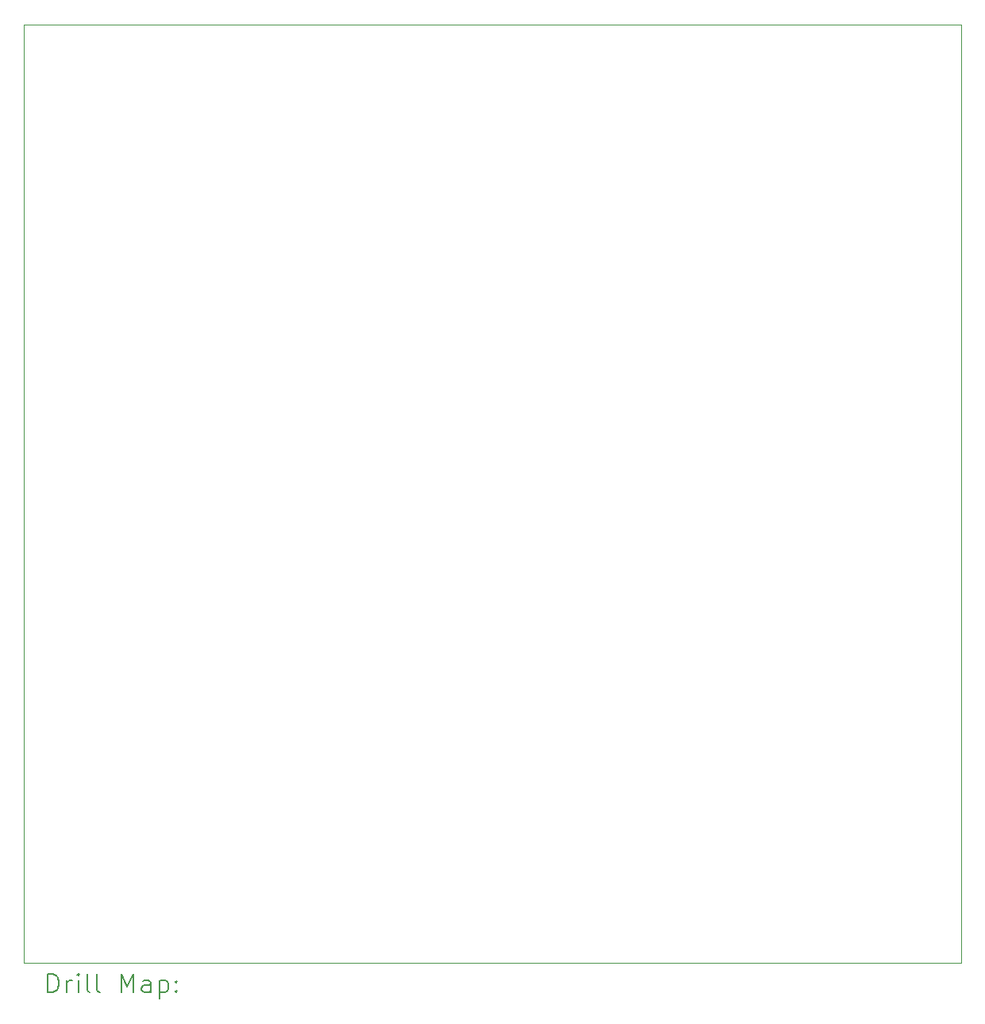
<source format=gbr>
%TF.GenerationSoftware,KiCad,Pcbnew,8.0.6*%
%TF.CreationDate,2025-01-18T11:31:30-05:00*%
%TF.ProjectId,RL78_F14_48p_Rev2,524c3738-5f46-4313-945f-3438705f5265,rev?*%
%TF.SameCoordinates,Original*%
%TF.FileFunction,Drillmap*%
%TF.FilePolarity,Positive*%
%FSLAX45Y45*%
G04 Gerber Fmt 4.5, Leading zero omitted, Abs format (unit mm)*
G04 Created by KiCad (PCBNEW 8.0.6) date 2025-01-18 11:31:30*
%MOMM*%
%LPD*%
G01*
G04 APERTURE LIST*
%ADD10C,0.050000*%
%ADD11C,0.200000*%
G04 APERTURE END LIST*
D10*
X7000000Y-6500000D02*
X7000000Y-16500000D01*
X17000000Y-6500000D02*
X17000000Y-16500000D01*
X7000000Y-6500000D02*
X17000000Y-6500000D01*
X17000000Y-16500000D02*
X7000000Y-16500000D01*
D11*
X7258277Y-16813984D02*
X7258277Y-16613984D01*
X7258277Y-16613984D02*
X7305896Y-16613984D01*
X7305896Y-16613984D02*
X7334467Y-16623508D01*
X7334467Y-16623508D02*
X7353515Y-16642555D01*
X7353515Y-16642555D02*
X7363039Y-16661603D01*
X7363039Y-16661603D02*
X7372562Y-16699698D01*
X7372562Y-16699698D02*
X7372562Y-16728269D01*
X7372562Y-16728269D02*
X7363039Y-16766365D01*
X7363039Y-16766365D02*
X7353515Y-16785412D01*
X7353515Y-16785412D02*
X7334467Y-16804460D01*
X7334467Y-16804460D02*
X7305896Y-16813984D01*
X7305896Y-16813984D02*
X7258277Y-16813984D01*
X7458277Y-16813984D02*
X7458277Y-16680650D01*
X7458277Y-16718746D02*
X7467801Y-16699698D01*
X7467801Y-16699698D02*
X7477324Y-16690174D01*
X7477324Y-16690174D02*
X7496372Y-16680650D01*
X7496372Y-16680650D02*
X7515420Y-16680650D01*
X7582086Y-16813984D02*
X7582086Y-16680650D01*
X7582086Y-16613984D02*
X7572562Y-16623508D01*
X7572562Y-16623508D02*
X7582086Y-16633031D01*
X7582086Y-16633031D02*
X7591610Y-16623508D01*
X7591610Y-16623508D02*
X7582086Y-16613984D01*
X7582086Y-16613984D02*
X7582086Y-16633031D01*
X7705896Y-16813984D02*
X7686848Y-16804460D01*
X7686848Y-16804460D02*
X7677324Y-16785412D01*
X7677324Y-16785412D02*
X7677324Y-16613984D01*
X7810658Y-16813984D02*
X7791610Y-16804460D01*
X7791610Y-16804460D02*
X7782086Y-16785412D01*
X7782086Y-16785412D02*
X7782086Y-16613984D01*
X8039229Y-16813984D02*
X8039229Y-16613984D01*
X8039229Y-16613984D02*
X8105896Y-16756841D01*
X8105896Y-16756841D02*
X8172562Y-16613984D01*
X8172562Y-16613984D02*
X8172562Y-16813984D01*
X8353515Y-16813984D02*
X8353515Y-16709222D01*
X8353515Y-16709222D02*
X8343991Y-16690174D01*
X8343991Y-16690174D02*
X8324943Y-16680650D01*
X8324943Y-16680650D02*
X8286848Y-16680650D01*
X8286848Y-16680650D02*
X8267801Y-16690174D01*
X8353515Y-16804460D02*
X8334467Y-16813984D01*
X8334467Y-16813984D02*
X8286848Y-16813984D01*
X8286848Y-16813984D02*
X8267801Y-16804460D01*
X8267801Y-16804460D02*
X8258277Y-16785412D01*
X8258277Y-16785412D02*
X8258277Y-16766365D01*
X8258277Y-16766365D02*
X8267801Y-16747317D01*
X8267801Y-16747317D02*
X8286848Y-16737793D01*
X8286848Y-16737793D02*
X8334467Y-16737793D01*
X8334467Y-16737793D02*
X8353515Y-16728269D01*
X8448753Y-16680650D02*
X8448753Y-16880650D01*
X8448753Y-16690174D02*
X8467801Y-16680650D01*
X8467801Y-16680650D02*
X8505896Y-16680650D01*
X8505896Y-16680650D02*
X8524944Y-16690174D01*
X8524944Y-16690174D02*
X8534467Y-16699698D01*
X8534467Y-16699698D02*
X8543991Y-16718746D01*
X8543991Y-16718746D02*
X8543991Y-16775888D01*
X8543991Y-16775888D02*
X8534467Y-16794936D01*
X8534467Y-16794936D02*
X8524944Y-16804460D01*
X8524944Y-16804460D02*
X8505896Y-16813984D01*
X8505896Y-16813984D02*
X8467801Y-16813984D01*
X8467801Y-16813984D02*
X8448753Y-16804460D01*
X8629705Y-16794936D02*
X8639229Y-16804460D01*
X8639229Y-16804460D02*
X8629705Y-16813984D01*
X8629705Y-16813984D02*
X8620182Y-16804460D01*
X8620182Y-16804460D02*
X8629705Y-16794936D01*
X8629705Y-16794936D02*
X8629705Y-16813984D01*
X8629705Y-16690174D02*
X8639229Y-16699698D01*
X8639229Y-16699698D02*
X8629705Y-16709222D01*
X8629705Y-16709222D02*
X8620182Y-16699698D01*
X8620182Y-16699698D02*
X8629705Y-16690174D01*
X8629705Y-16690174D02*
X8629705Y-16709222D01*
M02*

</source>
